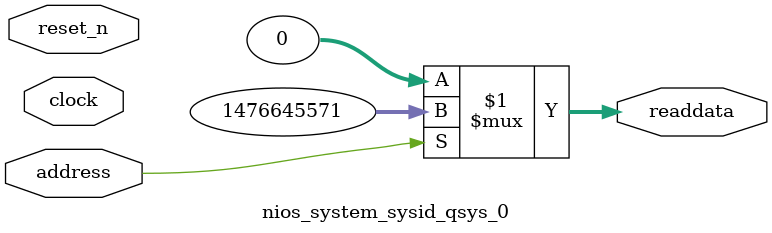
<source format=v>

`timescale 1ns / 1ps
// synthesis translate_on

// turn off superfluous verilog processor warnings 
// altera message_level Level1 
// altera message_off 10034 10035 10036 10037 10230 10240 10030 

module nios_system_sysid_qsys_0 (
               // inputs:
                address,
                clock,
                reset_n,

               // outputs:
                readdata
             )
;

  output  [ 31: 0] readdata;
  input            address;
  input            clock;
  input            reset_n;

  wire    [ 31: 0] readdata;
  //control_slave, which is an e_avalon_slave
  assign readdata = address ? 1476645571 : 0;

endmodule




</source>
